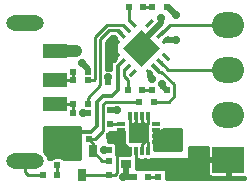
<source format=gtl>
G04 #@! TF.FileFunction,Copper,L1,Top,Signal*
%FSLAX46Y46*%
G04 Gerber Fmt 4.6, Leading zero omitted, Abs format (unit mm)*
G04 Created by KiCad (PCBNEW 4.0.5) date Saturday 15 April 2017 18:44:44*
%MOMM*%
%LPD*%
G01*
G04 APERTURE LIST*
%ADD10C,0.100000*%
%ADD11R,0.600000X0.500000*%
%ADD12R,0.800100X1.000000*%
%ADD13R,0.900000X0.800000*%
%ADD14R,1.300000X0.900000*%
%ADD15R,0.500000X0.600000*%
%ADD16O,3.200000X1.300000*%
%ADD17R,2.000000X1.200000*%
%ADD18R,2.700000X2.200000*%
%ADD19O,2.700000X2.200000*%
%ADD20R,0.750000X0.300000*%
%ADD21R,0.300000X0.750000*%
%ADD22R,1.700000X1.700000*%
%ADD23C,0.500000*%
%ADD24C,0.700000*%
%ADD25C,1.000000*%
%ADD26C,0.250000*%
%ADD27C,0.500000*%
%ADD28C,1.000000*%
%ADD29C,0.350000*%
%ADD30C,0.254000*%
G04 APERTURE END LIST*
D10*
D11*
X14000000Y800000D03*
X15200000Y800000D03*
X13150000Y800000D03*
X11950000Y800000D03*
X6950000Y4000000D03*
X8150000Y4000000D03*
X6850000Y6250000D03*
X8050000Y6250000D03*
X6850000Y9750000D03*
X8050000Y9750000D03*
D12*
X8500000Y3000760D03*
X6600000Y3000760D03*
X7550000Y1001780D03*
D11*
X6850000Y7000000D03*
X8050000Y7000000D03*
X8050000Y9000000D03*
X6850000Y9000000D03*
X12700000Y8150000D03*
X11500000Y8150000D03*
D13*
X13100000Y1900000D03*
X11300000Y1900000D03*
D14*
X15200000Y3800000D03*
X15200000Y1900000D03*
D15*
X9850000Y1000000D03*
X9850000Y2200000D03*
D11*
X13650000Y7200000D03*
X12450000Y7200000D03*
X14750000Y8150000D03*
X13550000Y8150000D03*
X11550000Y15200000D03*
X12750000Y15200000D03*
D15*
X9800000Y10100000D03*
X9800000Y8900000D03*
D11*
X14750000Y15200000D03*
X13550000Y15200000D03*
D15*
X5500000Y1800000D03*
X5500000Y3000000D03*
D11*
X5500000Y1000000D03*
X4300000Y1000000D03*
D15*
X9950000Y5300000D03*
X9950000Y6500000D03*
X9850000Y4300000D03*
X9850000Y3100000D03*
D16*
X2750000Y13850000D03*
D17*
X5300000Y4500000D03*
X5300000Y7000000D03*
X5300000Y9000000D03*
X5300000Y11500000D03*
D16*
X2750000Y2150000D03*
D10*
G36*
X14859099Y12821231D02*
X15071231Y12609099D01*
X14540901Y12078769D01*
X14328769Y12290901D01*
X14859099Y12821231D01*
X14859099Y12821231D01*
G37*
G36*
X14399479Y13280851D02*
X14611611Y13068719D01*
X14081281Y12538389D01*
X13869149Y12750521D01*
X14399479Y13280851D01*
X14399479Y13280851D01*
G37*
G36*
X13939860Y13740470D02*
X14151992Y13528338D01*
X13621662Y12998008D01*
X13409530Y13210140D01*
X13939860Y13740470D01*
X13939860Y13740470D01*
G37*
G36*
X13480240Y14200090D02*
X13692372Y13987958D01*
X13162042Y13457628D01*
X12949910Y13669760D01*
X13480240Y14200090D01*
X13480240Y14200090D01*
G37*
G36*
X11500342Y13987958D02*
X11712474Y14200090D01*
X12242804Y13669760D01*
X12030672Y13457628D01*
X11500342Y13987958D01*
X11500342Y13987958D01*
G37*
G36*
X11040722Y13528338D02*
X11252854Y13740470D01*
X11783184Y13210140D01*
X11571052Y12998008D01*
X11040722Y13528338D01*
X11040722Y13528338D01*
G37*
G36*
X10581103Y13068719D02*
X10793235Y13280851D01*
X11323565Y12750521D01*
X11111433Y12538389D01*
X10581103Y13068719D01*
X10581103Y13068719D01*
G37*
G36*
X10121483Y12609099D02*
X10333615Y12821231D01*
X10863945Y12290901D01*
X10651813Y12078769D01*
X10121483Y12609099D01*
X10121483Y12609099D01*
G37*
G36*
X10651813Y11371663D02*
X10863945Y11159531D01*
X10333615Y10629201D01*
X10121483Y10841333D01*
X10651813Y11371663D01*
X10651813Y11371663D01*
G37*
G36*
X11111433Y10912043D02*
X11323565Y10699911D01*
X10793235Y10169581D01*
X10581103Y10381713D01*
X11111433Y10912043D01*
X11111433Y10912043D01*
G37*
G36*
X11571052Y10452424D02*
X11783184Y10240292D01*
X11252854Y9709962D01*
X11040722Y9922094D01*
X11571052Y10452424D01*
X11571052Y10452424D01*
G37*
G36*
X12030672Y9992804D02*
X12242804Y9780672D01*
X11712474Y9250342D01*
X11500342Y9462474D01*
X12030672Y9992804D01*
X12030672Y9992804D01*
G37*
G36*
X12949910Y9780672D02*
X13162042Y9992804D01*
X13692372Y9462474D01*
X13480240Y9250342D01*
X12949910Y9780672D01*
X12949910Y9780672D01*
G37*
G36*
X13409530Y10240292D02*
X13621662Y10452424D01*
X14151992Y9922094D01*
X13939860Y9709962D01*
X13409530Y10240292D01*
X13409530Y10240292D01*
G37*
G36*
X13869149Y10699911D02*
X14081281Y10912043D01*
X14611611Y10381713D01*
X14399479Y10169581D01*
X13869149Y10699911D01*
X13869149Y10699911D01*
G37*
G36*
X14328769Y11159531D02*
X14540901Y11371663D01*
X15071231Y10841333D01*
X14859099Y10629201D01*
X14328769Y11159531D01*
X14328769Y11159531D01*
G37*
G36*
X12596357Y13280851D02*
X14151992Y11725216D01*
X12596357Y10169581D01*
X11040722Y11725216D01*
X12596357Y13280851D01*
X12596357Y13280851D01*
G37*
D18*
X19950000Y2285000D03*
D19*
X19950000Y6100000D03*
X19950000Y9900000D03*
X19950000Y13715000D03*
D20*
X13875000Y3775000D03*
X13875000Y4275000D03*
X13875000Y4775000D03*
X13875000Y5275000D03*
D21*
X13150000Y6000000D03*
X12650000Y6000000D03*
X12150000Y6000000D03*
X11650000Y6000000D03*
D20*
X10925000Y5275000D03*
X10925000Y4775000D03*
X10925000Y4275000D03*
X10925000Y3775000D03*
D21*
X11650000Y3050000D03*
X12150000Y3050000D03*
X12650000Y3050000D03*
X13150000Y3050000D03*
D22*
X12400000Y4525000D03*
D23*
X12400000Y4525000D03*
X11800000Y3925000D03*
X13000000Y5125000D03*
X13000000Y3925000D03*
X11800000Y5125000D03*
D24*
X7700020Y6202267D03*
X9800021Y9249902D03*
D25*
X7050000Y11500000D03*
D24*
X9450052Y3100000D03*
X11074271Y782664D03*
X14300000Y14250000D03*
X13550000Y9080582D03*
X10550000Y6500000D03*
X7550000Y10500000D03*
X14370240Y8710166D03*
X15550000Y14500000D03*
X15550000Y12450000D03*
D26*
X6850000Y7000000D02*
X6850000Y6250000D01*
X5300000Y7000000D02*
X6850000Y7000000D01*
D27*
X7747753Y6250000D02*
X7700020Y6202267D01*
X8050000Y6250000D02*
X7747753Y6250000D01*
X9800000Y9249881D02*
X9800021Y9249902D01*
X9800000Y8900000D02*
X9800000Y9249881D01*
D28*
X5300000Y11500000D02*
X7050000Y11500000D01*
D26*
X3000000Y1000000D02*
X2750000Y1250000D01*
X2750000Y1250000D02*
X2750000Y2150000D01*
X4300000Y1000000D02*
X3000000Y1000000D01*
D27*
X9850000Y3100000D02*
X9450052Y3100000D01*
X11300000Y1900000D02*
X11300000Y1008393D01*
X11300000Y1008393D02*
X11074271Y782664D01*
X11950000Y800000D02*
X11074271Y782664D01*
X11050000Y800000D02*
X11056935Y800000D01*
X11056935Y800000D02*
X11074271Y782664D01*
X13780761Y13369239D02*
X12596357Y12184835D01*
X12596357Y12184835D02*
X12596357Y11725216D01*
X14300000Y13888478D02*
X14300000Y14250000D01*
X13780761Y13369239D02*
X14300000Y13888478D01*
X13321141Y9621573D02*
X13321141Y9309441D01*
X13321141Y9309441D02*
X13550000Y9080582D01*
X9950000Y6500000D02*
X10550000Y6500000D01*
X8050000Y10000000D02*
X7550000Y10500000D01*
X8050000Y9750000D02*
X8050000Y10000000D01*
D26*
X12150000Y6000000D02*
X12150000Y5475000D01*
X12150000Y5475000D02*
X11800000Y5125000D01*
X11650000Y6000000D02*
X11650000Y5275000D01*
X11650000Y5275000D02*
X11800000Y5125000D01*
X12650000Y6000000D02*
X12650000Y5475000D01*
X12650000Y5475000D02*
X13000000Y5125000D01*
X13150000Y6000000D02*
X13150000Y5275000D01*
X13150000Y5275000D02*
X13000000Y5125000D01*
X13150000Y3050000D02*
X13150000Y3775000D01*
X13150000Y3775000D02*
X13000000Y3925000D01*
X12650000Y3050000D02*
X12650000Y3575000D01*
X12650000Y3575000D02*
X13000000Y3925000D01*
X6850000Y9000000D02*
X6850000Y9750000D01*
X5300000Y9000000D02*
X6850000Y9000000D01*
D27*
X14370240Y8710166D02*
X14370240Y8529760D01*
X14370240Y8529760D02*
X14750000Y8150000D01*
X14750000Y15200000D02*
X14850000Y15200000D01*
X14850000Y15200000D02*
X15550000Y14500000D01*
X15012132Y12450000D02*
X15550000Y12450000D01*
X14700000Y12450000D02*
X15012132Y12450000D01*
D26*
X10492714Y11000432D02*
X10492714Y12450000D01*
X9800000Y10100000D02*
X9800000Y10307718D01*
X9800000Y10307718D02*
X10492714Y11000432D01*
X9850000Y1000000D02*
X10350000Y1000000D01*
X10350000Y1000000D02*
X10524999Y1174999D01*
X10524999Y1174999D02*
X10524999Y2974999D01*
X10524999Y2974999D02*
X10925000Y3375000D01*
X7550000Y1001780D02*
X9848220Y1001780D01*
X9848220Y1001780D02*
X9850000Y1000000D01*
X11250000Y3050000D02*
X11650000Y3050000D01*
X10925000Y3775000D02*
X10925000Y3375000D01*
X10925000Y3375000D02*
X11250000Y3050000D01*
X10925000Y4775000D02*
X10925000Y4275000D01*
X9300760Y2200000D02*
X9850000Y2200000D01*
X9374999Y6974999D02*
X9600000Y7200000D01*
X9600000Y7200000D02*
X12450000Y7200000D01*
X8700000Y4000000D02*
X9374999Y4674999D01*
X9374999Y4674999D02*
X9374999Y6974999D01*
X8150000Y4000000D02*
X8700000Y4000000D01*
X8500000Y3000760D02*
X8500000Y3650000D01*
X8500000Y3650000D02*
X8150000Y4000000D01*
X8500000Y3000760D02*
X9300760Y2200000D01*
X12150000Y1900000D02*
X13100000Y1900000D01*
X12150000Y3050000D02*
X12150000Y1900000D01*
X9125011Y8575011D02*
X9125011Y12475011D01*
X8050000Y7000000D02*
X8050000Y7500000D01*
X9895495Y13245495D02*
X10616459Y13245495D01*
X10616459Y13245495D02*
X10952334Y12909620D01*
X8050000Y7500000D02*
X9125011Y8575011D01*
X9125011Y12475011D02*
X9895495Y13245495D01*
X11076078Y13705114D02*
X11411953Y13369239D01*
X8600000Y9000000D02*
X8675000Y9075000D01*
X8675000Y12661411D02*
X9718703Y13705114D01*
X9718703Y13705114D02*
X11076078Y13705114D01*
X8675000Y9075000D02*
X8675000Y12661411D01*
X8050000Y9000000D02*
X8600000Y9000000D01*
X12700000Y8150000D02*
X13550000Y8150000D01*
X12750000Y15200000D02*
X13550000Y15200000D01*
X13650000Y7200000D02*
X14935002Y7200000D01*
X14935002Y7200000D02*
X15375001Y7639999D01*
X15375001Y7639999D02*
X15375001Y8660001D01*
X15375001Y8660001D02*
X14289684Y9745318D01*
X14289684Y9745318D02*
X14116636Y9745318D01*
X14116636Y9745318D02*
X13780761Y10081193D01*
D29*
X10952334Y10540812D02*
X10616459Y10204937D01*
X10616459Y10204937D02*
X10616459Y8216469D01*
X10616459Y8216469D02*
X10100000Y7700010D01*
X10100000Y7700010D02*
X9392890Y7700010D01*
X9392890Y7700010D02*
X8874991Y7182111D01*
X8874991Y5174991D02*
X8325001Y4625001D01*
X8325001Y4625001D02*
X7275001Y4625001D01*
X8874991Y7182111D02*
X8874991Y5174991D01*
X7275001Y4625001D02*
X6950000Y4300000D01*
D27*
X6950000Y4000000D02*
X6950000Y4300000D01*
D26*
X5500000Y1800000D02*
X5500000Y1000000D01*
X14000000Y800000D02*
X13150000Y800000D01*
X19950000Y13715000D02*
X15045760Y13715000D01*
X15045760Y13715000D02*
X14240380Y12909620D01*
X19950000Y9900000D02*
X14881192Y9900000D01*
X14881192Y9900000D02*
X14240380Y10540812D01*
X10925000Y5275000D02*
X9975000Y5275000D01*
X9975000Y5275000D02*
X9950000Y5300000D01*
X11175332Y9327848D02*
X11175332Y9844572D01*
X11175332Y9844572D02*
X11411953Y10081193D01*
X11500000Y9003180D02*
X11175332Y9327848D01*
X11500000Y8150000D02*
X11500000Y9003180D01*
X11550000Y15200000D02*
X11550000Y14150432D01*
X11550000Y14150432D02*
X11871573Y13828859D01*
D30*
G36*
X11161536Y3675000D02*
X11188103Y3533810D01*
X11271546Y3404135D01*
X11398866Y3317141D01*
X11550000Y3286536D01*
X11611536Y3286536D01*
X11611536Y2688464D01*
X10850000Y2688464D01*
X10789075Y2677000D01*
X10463556Y2677000D01*
X10488464Y2800000D01*
X10488464Y3400000D01*
X10461897Y3541190D01*
X10378454Y3670865D01*
X10251134Y3757859D01*
X10100000Y3788464D01*
X9777000Y3788464D01*
X9777000Y4383360D01*
X9788143Y4400037D01*
X9842482Y4481361D01*
X9868375Y4611536D01*
X10200000Y4611536D01*
X10260925Y4623000D01*
X10450000Y4623000D01*
X10499410Y4633006D01*
X10541035Y4661447D01*
X10568315Y4703841D01*
X10574467Y4736536D01*
X11161536Y4736536D01*
X11161536Y3675000D01*
X11161536Y3675000D01*
G37*
X11161536Y3675000D02*
X11188103Y3533810D01*
X11271546Y3404135D01*
X11398866Y3317141D01*
X11550000Y3286536D01*
X11611536Y3286536D01*
X11611536Y2688464D01*
X10850000Y2688464D01*
X10789075Y2677000D01*
X10463556Y2677000D01*
X10488464Y2800000D01*
X10488464Y3400000D01*
X10461897Y3541190D01*
X10378454Y3670865D01*
X10251134Y3757859D01*
X10100000Y3788464D01*
X9777000Y3788464D01*
X9777000Y4383360D01*
X9788143Y4400037D01*
X9842482Y4481361D01*
X9868375Y4611536D01*
X10200000Y4611536D01*
X10260925Y4623000D01*
X10450000Y4623000D01*
X10499410Y4633006D01*
X10541035Y4661447D01*
X10568315Y4703841D01*
X10574467Y4736536D01*
X11161536Y4736536D01*
X11161536Y3675000D01*
G36*
X15923000Y3127000D02*
X13688464Y3127000D01*
X13688464Y3425000D01*
X13661897Y3566190D01*
X13656000Y3575354D01*
X13656000Y3775000D01*
X13638464Y3863159D01*
X13638464Y4736536D01*
X14250000Y4736536D01*
X14391190Y4763103D01*
X14520865Y4846546D01*
X14538940Y4873000D01*
X15923000Y4873000D01*
X15923000Y3127000D01*
X15923000Y3127000D01*
G37*
X15923000Y3127000D02*
X13688464Y3127000D01*
X13688464Y3425000D01*
X13661897Y3566190D01*
X13656000Y3575354D01*
X13656000Y3775000D01*
X13638464Y3863159D01*
X13638464Y4736536D01*
X14250000Y4736536D01*
X14391190Y4763103D01*
X14520865Y4846546D01*
X14538940Y4873000D01*
X15923000Y4873000D01*
X15923000Y3127000D01*
G36*
X18223000Y2506250D02*
X18317250Y2412000D01*
X19823000Y2412000D01*
X19823000Y2432000D01*
X20077000Y2432000D01*
X20077000Y2412000D01*
X20097000Y2412000D01*
X20097000Y2158000D01*
X20077000Y2158000D01*
X20077000Y902250D01*
X20171250Y808000D01*
X21373000Y808000D01*
X21373000Y627000D01*
X14727000Y627000D01*
X14727000Y1350000D01*
X14716994Y1399410D01*
X14688553Y1441035D01*
X14646159Y1468315D01*
X14600000Y1477000D01*
X12133807Y1477000D01*
X12138464Y1500000D01*
X12138464Y2063750D01*
X18223000Y2063750D01*
X18223000Y1110010D01*
X18280395Y971447D01*
X18386447Y865395D01*
X18525010Y808000D01*
X19728750Y808000D01*
X19823000Y902250D01*
X19823000Y2158000D01*
X18317250Y2158000D01*
X18223000Y2063750D01*
X12138464Y2063750D01*
X12138464Y2300000D01*
X12124728Y2373000D01*
X12267114Y2373000D01*
X12348866Y2317141D01*
X12500000Y2286536D01*
X12800000Y2286536D01*
X12903670Y2306043D01*
X13000000Y2286536D01*
X13300000Y2286536D01*
X13441190Y2313103D01*
X13534273Y2373000D01*
X16550000Y2373000D01*
X16599410Y2383006D01*
X16641035Y2411447D01*
X16668315Y2453841D01*
X16677000Y2500000D01*
X16677000Y3373000D01*
X18223000Y3373000D01*
X18223000Y2506250D01*
X18223000Y2506250D01*
G37*
X18223000Y2506250D02*
X18317250Y2412000D01*
X19823000Y2412000D01*
X19823000Y2432000D01*
X20077000Y2432000D01*
X20077000Y2412000D01*
X20097000Y2412000D01*
X20097000Y2158000D01*
X20077000Y2158000D01*
X20077000Y902250D01*
X20171250Y808000D01*
X21373000Y808000D01*
X21373000Y627000D01*
X14727000Y627000D01*
X14727000Y1350000D01*
X14716994Y1399410D01*
X14688553Y1441035D01*
X14646159Y1468315D01*
X14600000Y1477000D01*
X12133807Y1477000D01*
X12138464Y1500000D01*
X12138464Y2063750D01*
X18223000Y2063750D01*
X18223000Y1110010D01*
X18280395Y971447D01*
X18386447Y865395D01*
X18525010Y808000D01*
X19728750Y808000D01*
X19823000Y902250D01*
X19823000Y2158000D01*
X18317250Y2158000D01*
X18223000Y2063750D01*
X12138464Y2063750D01*
X12138464Y2300000D01*
X12124728Y2373000D01*
X12267114Y2373000D01*
X12348866Y2317141D01*
X12500000Y2286536D01*
X12800000Y2286536D01*
X12903670Y2306043D01*
X13000000Y2286536D01*
X13300000Y2286536D01*
X13441190Y2313103D01*
X13534273Y2373000D01*
X16550000Y2373000D01*
X16599410Y2383006D01*
X16641035Y2411447D01*
X16668315Y2453841D01*
X16677000Y2500000D01*
X16677000Y3373000D01*
X18223000Y3373000D01*
X18223000Y2506250D01*
G36*
X7423000Y2377000D02*
X6019475Y2377000D01*
X5901134Y2457859D01*
X5750000Y2488464D01*
X5250000Y2488464D01*
X5108810Y2461897D01*
X4979135Y2378454D01*
X4978142Y2377000D01*
X4724657Y2377000D01*
X4691330Y2544547D01*
X4467837Y2879027D01*
X4327000Y2973132D01*
X4327000Y5073000D01*
X7423000Y5073000D01*
X7423000Y2377000D01*
X7423000Y2377000D01*
G37*
X7423000Y2377000D02*
X6019475Y2377000D01*
X5901134Y2457859D01*
X5750000Y2488464D01*
X5250000Y2488464D01*
X5108810Y2461897D01*
X4979135Y2378454D01*
X4978142Y2377000D01*
X4724657Y2377000D01*
X4691330Y2544547D01*
X4467837Y2879027D01*
X4327000Y2973132D01*
X4327000Y5073000D01*
X7423000Y5073000D01*
X7423000Y2377000D01*
G36*
X10473000Y12627450D02*
X10473000Y10822982D01*
X10327018Y10677000D01*
X10150000Y10677000D01*
X10100590Y10666994D01*
X10058965Y10638553D01*
X10031685Y10596159D01*
X10023000Y10550000D01*
X10023000Y9877000D01*
X9631011Y9877000D01*
X9631011Y12265419D01*
X10114696Y12749104D01*
X10351346Y12749104D01*
X10473000Y12627450D01*
X10473000Y12627450D01*
G37*
X10473000Y12627450D02*
X10473000Y10822982D01*
X10327018Y10677000D01*
X10150000Y10677000D01*
X10100590Y10666994D01*
X10058965Y10638553D01*
X10031685Y10596159D01*
X10023000Y10550000D01*
X10023000Y9877000D01*
X9631011Y9877000D01*
X9631011Y12265419D01*
X10114696Y12749104D01*
X10351346Y12749104D01*
X10473000Y12627450D01*
M02*

</source>
